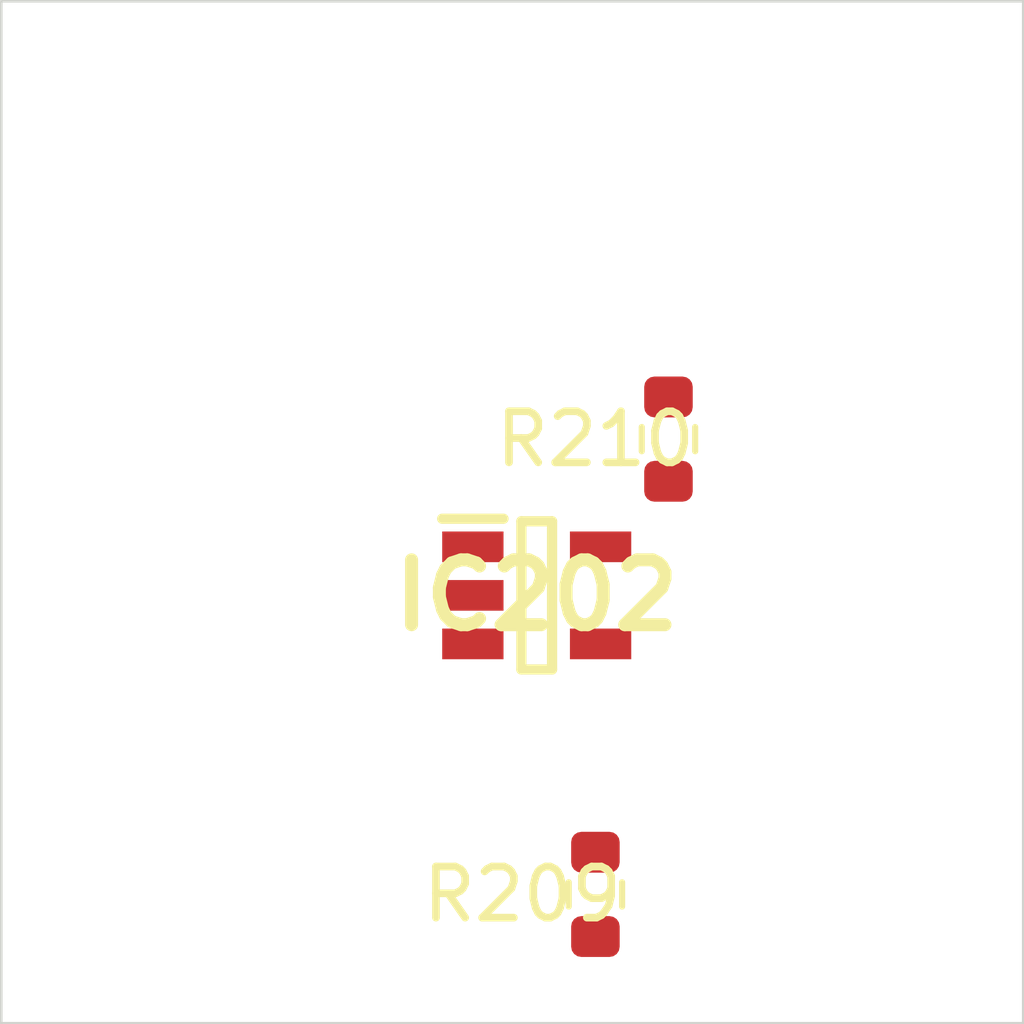
<source format=kicad_pcb>
 ( kicad_pcb  ( version 20171130 )
 ( host pcbnew 5.1.12-84ad8e8a86~92~ubuntu18.04.1 )
 ( general  ( thickness 1.6 )
 ( drawings 4 )
 ( tracks 0 )
 ( zones 0 )
 ( modules 3 )
 ( nets 5 )
)
 ( page A4 )
 ( layers  ( 0 F.Cu signal )
 ( 31 B.Cu signal )
 ( 32 B.Adhes user )
 ( 33 F.Adhes user )
 ( 34 B.Paste user )
 ( 35 F.Paste user )
 ( 36 B.SilkS user )
 ( 37 F.SilkS user )
 ( 38 B.Mask user )
 ( 39 F.Mask user )
 ( 40 Dwgs.User user )
 ( 41 Cmts.User user )
 ( 42 Eco1.User user )
 ( 43 Eco2.User user )
 ( 44 Edge.Cuts user )
 ( 45 Margin user )
 ( 46 B.CrtYd user )
 ( 47 F.CrtYd user )
 ( 48 B.Fab user )
 ( 49 F.Fab user )
)
 ( setup  ( last_trace_width 0.25 )
 ( trace_clearance 0.2 )
 ( zone_clearance 0.508 )
 ( zone_45_only no )
 ( trace_min 0.2 )
 ( via_size 0.8 )
 ( via_drill 0.4 )
 ( via_min_size 0.4 )
 ( via_min_drill 0.3 )
 ( uvia_size 0.3 )
 ( uvia_drill 0.1 )
 ( uvias_allowed no )
 ( uvia_min_size 0.2 )
 ( uvia_min_drill 0.1 )
 ( edge_width 0.05 )
 ( segment_width 0.2 )
 ( pcb_text_width 0.3 )
 ( pcb_text_size 1.5 1.5 )
 ( mod_edge_width 0.12 )
 ( mod_text_size 1 1 )
 ( mod_text_width 0.15 )
 ( pad_size 1.524 1.524 )
 ( pad_drill 0.762 )
 ( pad_to_mask_clearance 0 )
 ( aux_axis_origin 0 0 )
 ( visible_elements FFFFFF7F )
 ( pcbplotparams  ( layerselection 0x010fc_ffffffff )
 ( usegerberextensions false )
 ( usegerberattributes true )
 ( usegerberadvancedattributes true )
 ( creategerberjobfile true )
 ( excludeedgelayer true )
 ( linewidth 0.100000 )
 ( plotframeref false )
 ( viasonmask false )
 ( mode 1 )
 ( useauxorigin false )
 ( hpglpennumber 1 )
 ( hpglpenspeed 20 )
 ( hpglpendiameter 15.000000 )
 ( psnegative false )
 ( psa4output false )
 ( plotreference true )
 ( plotvalue true )
 ( plotinvisibletext false )
 ( padsonsilk false )
 ( subtractmaskfromsilk false )
 ( outputformat 1 )
 ( mirror false )
 ( drillshape 1 )
 ( scaleselection 1 )
 ( outputdirectory "" )
)
)
 ( net 0 "" )
 ( net 1 GND )
 ( net 2 VDDA )
 ( net 3 /Sheet6235D886/vp )
 ( net 4 "Net-(IC202-Pad3)" )
 ( net_class Default "This is the default net class."  ( clearance 0.2 )
 ( trace_width 0.25 )
 ( via_dia 0.8 )
 ( via_drill 0.4 )
 ( uvia_dia 0.3 )
 ( uvia_drill 0.1 )
 ( add_net /Sheet6235D886/vp )
 ( add_net GND )
 ( add_net "Net-(IC202-Pad3)" )
 ( add_net VDDA )
)
 ( module SOT95P280X145-5N locked  ( layer F.Cu )
 ( tedit 62336ED7 )
 ( tstamp 623423ED )
 ( at 90.479100 111.627000 )
 ( descr DBV0005A )
 ( tags "Integrated Circuit" )
 ( path /6235D887/6266C08E )
 ( attr smd )
 ( fp_text reference IC202  ( at 0 0 )
 ( layer F.SilkS )
 ( effects  ( font  ( size 1.27 1.27 )
 ( thickness 0.254 )
)
)
)
 ( fp_text value TL071HIDBVR  ( at 0 0 )
 ( layer F.SilkS )
hide  ( effects  ( font  ( size 1.27 1.27 )
 ( thickness 0.254 )
)
)
)
 ( fp_line  ( start -1.85 -1.5 )
 ( end -0.65 -1.5 )
 ( layer F.SilkS )
 ( width 0.2 )
)
 ( fp_line  ( start -0.3 1.45 )
 ( end -0.3 -1.45 )
 ( layer F.SilkS )
 ( width 0.2 )
)
 ( fp_line  ( start 0.3 1.45 )
 ( end -0.3 1.45 )
 ( layer F.SilkS )
 ( width 0.2 )
)
 ( fp_line  ( start 0.3 -1.45 )
 ( end 0.3 1.45 )
 ( layer F.SilkS )
 ( width 0.2 )
)
 ( fp_line  ( start -0.3 -1.45 )
 ( end 0.3 -1.45 )
 ( layer F.SilkS )
 ( width 0.2 )
)
 ( fp_line  ( start -0.8 -0.5 )
 ( end 0.15 -1.45 )
 ( layer Dwgs.User )
 ( width 0.1 )
)
 ( fp_line  ( start -0.8 1.45 )
 ( end -0.8 -1.45 )
 ( layer Dwgs.User )
 ( width 0.1 )
)
 ( fp_line  ( start 0.8 1.45 )
 ( end -0.8 1.45 )
 ( layer Dwgs.User )
 ( width 0.1 )
)
 ( fp_line  ( start 0.8 -1.45 )
 ( end 0.8 1.45 )
 ( layer Dwgs.User )
 ( width 0.1 )
)
 ( fp_line  ( start -0.8 -1.45 )
 ( end 0.8 -1.45 )
 ( layer Dwgs.User )
 ( width 0.1 )
)
 ( fp_line  ( start -2.1 1.775 )
 ( end -2.1 -1.775 )
 ( layer Dwgs.User )
 ( width 0.05 )
)
 ( fp_line  ( start 2.1 1.775 )
 ( end -2.1 1.775 )
 ( layer Dwgs.User )
 ( width 0.05 )
)
 ( fp_line  ( start 2.1 -1.775 )
 ( end 2.1 1.775 )
 ( layer Dwgs.User )
 ( width 0.05 )
)
 ( fp_line  ( start -2.1 -1.775 )
 ( end 2.1 -1.775 )
 ( layer Dwgs.User )
 ( width 0.05 )
)
 ( pad 1 smd rect  ( at -1.25 -0.95 90.000000 )
 ( size 0.6 1.2 )
 ( layers F.Cu F.Mask F.Paste )
 ( net 3 /Sheet6235D886/vp )
)
 ( pad 2 smd rect  ( at -1.25 0 90.000000 )
 ( size 0.6 1.2 )
 ( layers F.Cu F.Mask F.Paste )
 ( net 1 GND )
)
 ( pad 3 smd rect  ( at -1.25 0.95 90.000000 )
 ( size 0.6 1.2 )
 ( layers F.Cu F.Mask F.Paste )
 ( net 4 "Net-(IC202-Pad3)" )
)
 ( pad 4 smd rect  ( at 1.25 0.95 90.000000 )
 ( size 0.6 1.2 )
 ( layers F.Cu F.Mask F.Paste )
 ( net 3 /Sheet6235D886/vp )
)
 ( pad 5 smd rect  ( at 1.25 -0.95 90.000000 )
 ( size 0.6 1.2 )
 ( layers F.Cu F.Mask F.Paste )
 ( net 2 VDDA )
)
)
 ( module Resistor_SMD:R_0603_1608Metric  ( layer F.Cu )
 ( tedit 5F68FEEE )
 ( tstamp 62342595 )
 ( at 91.627800 117.479000 90.000000 )
 ( descr "Resistor SMD 0603 (1608 Metric), square (rectangular) end terminal, IPC_7351 nominal, (Body size source: IPC-SM-782 page 72, https://www.pcb-3d.com/wordpress/wp-content/uploads/ipc-sm-782a_amendment_1_and_2.pdf), generated with kicad-footprint-generator" )
 ( tags resistor )
 ( path /6235D887/623CDBD9 )
 ( attr smd )
 ( fp_text reference R209  ( at 0 -1.43 )
 ( layer F.SilkS )
 ( effects  ( font  ( size 1 1 )
 ( thickness 0.15 )
)
)
)
 ( fp_text value 100k  ( at 0 1.43 )
 ( layer F.Fab )
 ( effects  ( font  ( size 1 1 )
 ( thickness 0.15 )
)
)
)
 ( fp_line  ( start -0.8 0.4125 )
 ( end -0.8 -0.4125 )
 ( layer F.Fab )
 ( width 0.1 )
)
 ( fp_line  ( start -0.8 -0.4125 )
 ( end 0.8 -0.4125 )
 ( layer F.Fab )
 ( width 0.1 )
)
 ( fp_line  ( start 0.8 -0.4125 )
 ( end 0.8 0.4125 )
 ( layer F.Fab )
 ( width 0.1 )
)
 ( fp_line  ( start 0.8 0.4125 )
 ( end -0.8 0.4125 )
 ( layer F.Fab )
 ( width 0.1 )
)
 ( fp_line  ( start -0.237258 -0.5225 )
 ( end 0.237258 -0.5225 )
 ( layer F.SilkS )
 ( width 0.12 )
)
 ( fp_line  ( start -0.237258 0.5225 )
 ( end 0.237258 0.5225 )
 ( layer F.SilkS )
 ( width 0.12 )
)
 ( fp_line  ( start -1.48 0.73 )
 ( end -1.48 -0.73 )
 ( layer F.CrtYd )
 ( width 0.05 )
)
 ( fp_line  ( start -1.48 -0.73 )
 ( end 1.48 -0.73 )
 ( layer F.CrtYd )
 ( width 0.05 )
)
 ( fp_line  ( start 1.48 -0.73 )
 ( end 1.48 0.73 )
 ( layer F.CrtYd )
 ( width 0.05 )
)
 ( fp_line  ( start 1.48 0.73 )
 ( end -1.48 0.73 )
 ( layer F.CrtYd )
 ( width 0.05 )
)
 ( fp_text user %R  ( at 0 0 )
 ( layer F.Fab )
 ( effects  ( font  ( size 0.4 0.4 )
 ( thickness 0.06 )
)
)
)
 ( pad 1 smd roundrect  ( at -0.825 0 90.000000 )
 ( size 0.8 0.95 )
 ( layers F.Cu F.Mask F.Paste )
 ( roundrect_rratio 0.25 )
 ( net 2 VDDA )
)
 ( pad 2 smd roundrect  ( at 0.825 0 90.000000 )
 ( size 0.8 0.95 )
 ( layers F.Cu F.Mask F.Paste )
 ( roundrect_rratio 0.25 )
 ( net 4 "Net-(IC202-Pad3)" )
)
 ( model ${KISYS3DMOD}/Resistor_SMD.3dshapes/R_0603_1608Metric.wrl  ( at  ( xyz 0 0 0 )
)
 ( scale  ( xyz 1 1 1 )
)
 ( rotate  ( xyz 0 0 0 )
)
)
)
 ( module Resistor_SMD:R_0603_1608Metric  ( layer F.Cu )
 ( tedit 5F68FEEE )
 ( tstamp 623425A6 )
 ( at 93.057500 108.569000 90.000000 )
 ( descr "Resistor SMD 0603 (1608 Metric), square (rectangular) end terminal, IPC_7351 nominal, (Body size source: IPC-SM-782 page 72, https://www.pcb-3d.com/wordpress/wp-content/uploads/ipc-sm-782a_amendment_1_and_2.pdf), generated with kicad-footprint-generator" )
 ( tags resistor )
 ( path /6235D887/623CDBDF )
 ( attr smd )
 ( fp_text reference R210  ( at 0 -1.43 )
 ( layer F.SilkS )
 ( effects  ( font  ( size 1 1 )
 ( thickness 0.15 )
)
)
)
 ( fp_text value 100k  ( at 0 1.43 )
 ( layer F.Fab )
 ( effects  ( font  ( size 1 1 )
 ( thickness 0.15 )
)
)
)
 ( fp_line  ( start 1.48 0.73 )
 ( end -1.48 0.73 )
 ( layer F.CrtYd )
 ( width 0.05 )
)
 ( fp_line  ( start 1.48 -0.73 )
 ( end 1.48 0.73 )
 ( layer F.CrtYd )
 ( width 0.05 )
)
 ( fp_line  ( start -1.48 -0.73 )
 ( end 1.48 -0.73 )
 ( layer F.CrtYd )
 ( width 0.05 )
)
 ( fp_line  ( start -1.48 0.73 )
 ( end -1.48 -0.73 )
 ( layer F.CrtYd )
 ( width 0.05 )
)
 ( fp_line  ( start -0.237258 0.5225 )
 ( end 0.237258 0.5225 )
 ( layer F.SilkS )
 ( width 0.12 )
)
 ( fp_line  ( start -0.237258 -0.5225 )
 ( end 0.237258 -0.5225 )
 ( layer F.SilkS )
 ( width 0.12 )
)
 ( fp_line  ( start 0.8 0.4125 )
 ( end -0.8 0.4125 )
 ( layer F.Fab )
 ( width 0.1 )
)
 ( fp_line  ( start 0.8 -0.4125 )
 ( end 0.8 0.4125 )
 ( layer F.Fab )
 ( width 0.1 )
)
 ( fp_line  ( start -0.8 -0.4125 )
 ( end 0.8 -0.4125 )
 ( layer F.Fab )
 ( width 0.1 )
)
 ( fp_line  ( start -0.8 0.4125 )
 ( end -0.8 -0.4125 )
 ( layer F.Fab )
 ( width 0.1 )
)
 ( fp_text user %R  ( at 0 0 )
 ( layer F.Fab )
 ( effects  ( font  ( size 0.4 0.4 )
 ( thickness 0.06 )
)
)
)
 ( pad 2 smd roundrect  ( at 0.825 0 90.000000 )
 ( size 0.8 0.95 )
 ( layers F.Cu F.Mask F.Paste )
 ( roundrect_rratio 0.25 )
 ( net 1 GND )
)
 ( pad 1 smd roundrect  ( at -0.825 0 90.000000 )
 ( size 0.8 0.95 )
 ( layers F.Cu F.Mask F.Paste )
 ( roundrect_rratio 0.25 )
 ( net 4 "Net-(IC202-Pad3)" )
)
 ( model ${KISYS3DMOD}/Resistor_SMD.3dshapes/R_0603_1608Metric.wrl  ( at  ( xyz 0 0 0 )
)
 ( scale  ( xyz 1 1 1 )
)
 ( rotate  ( xyz 0 0 0 )
)
)
)
 ( gr_line  ( start 100 100 )
 ( end 100 120 )
 ( layer Edge.Cuts )
 ( width 0.05 )
 ( tstamp 62E770C4 )
)
 ( gr_line  ( start 80 120 )
 ( end 100 120 )
 ( layer Edge.Cuts )
 ( width 0.05 )
 ( tstamp 62E770C0 )
)
 ( gr_line  ( start 80 100 )
 ( end 100 100 )
 ( layer Edge.Cuts )
 ( width 0.05 )
 ( tstamp 6234110C )
)
 ( gr_line  ( start 80 100 )
 ( end 80 120 )
 ( layer Edge.Cuts )
 ( width 0.05 )
)
)

</source>
